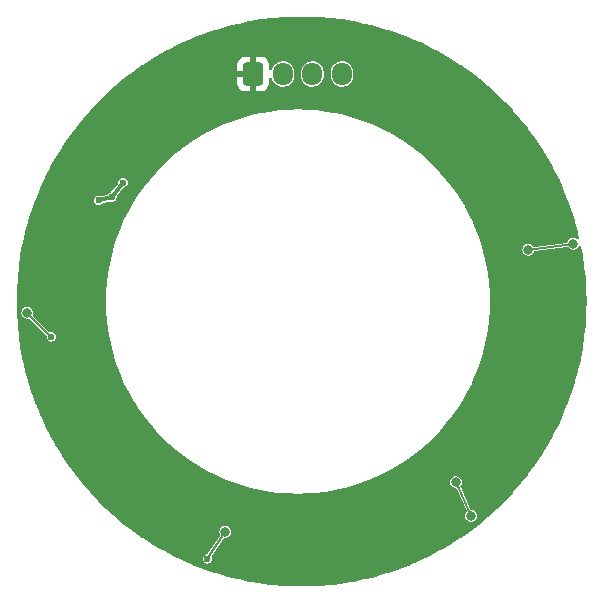
<source format=gbr>
%TF.GenerationSoftware,KiCad,Pcbnew,7.0.10*%
%TF.CreationDate,2024-07-08T17:56:43-07:00*%
%TF.ProjectId,Thermistor Ring,54686572-6d69-4737-946f-722052696e67,rev?*%
%TF.SameCoordinates,Original*%
%TF.FileFunction,Copper,L2,Bot*%
%TF.FilePolarity,Positive*%
%FSLAX46Y46*%
G04 Gerber Fmt 4.6, Leading zero omitted, Abs format (unit mm)*
G04 Created by KiCad (PCBNEW 7.0.10) date 2024-07-08 17:56:43*
%MOMM*%
%LPD*%
G01*
G04 APERTURE LIST*
G04 Aperture macros list*
%AMRoundRect*
0 Rectangle with rounded corners*
0 $1 Rounding radius*
0 $2 $3 $4 $5 $6 $7 $8 $9 X,Y pos of 4 corners*
0 Add a 4 corners polygon primitive as box body*
4,1,4,$2,$3,$4,$5,$6,$7,$8,$9,$2,$3,0*
0 Add four circle primitives for the rounded corners*
1,1,$1+$1,$2,$3*
1,1,$1+$1,$4,$5*
1,1,$1+$1,$6,$7*
1,1,$1+$1,$8,$9*
0 Add four rect primitives between the rounded corners*
20,1,$1+$1,$2,$3,$4,$5,0*
20,1,$1+$1,$4,$5,$6,$7,0*
20,1,$1+$1,$6,$7,$8,$9,0*
20,1,$1+$1,$8,$9,$2,$3,0*%
G04 Aperture macros list end*
%TA.AperFunction,ComponentPad*%
%ADD10RoundRect,0.250000X-0.600000X-0.725000X0.600000X-0.725000X0.600000X0.725000X-0.600000X0.725000X0*%
%TD*%
%TA.AperFunction,ComponentPad*%
%ADD11O,1.700000X1.950000*%
%TD*%
%TA.AperFunction,ViaPad*%
%ADD12C,0.600000*%
%TD*%
%TA.AperFunction,ViaPad*%
%ADD13C,0.800000*%
%TD*%
%TA.AperFunction,Conductor*%
%ADD14C,0.160000*%
%TD*%
%TA.AperFunction,Conductor*%
%ADD15C,0.380000*%
%TD*%
G04 APERTURE END LIST*
D10*
%TO.P,J1,1,Pin_1*%
%TO.N,GND*%
X71001807Y-37077362D03*
D11*
%TO.P,J1,2,Pin_2*%
%TO.N,/Power 3.3-5V*%
X73501807Y-37077362D03*
%TO.P,J1,3,Pin_3*%
%TO.N,/SDA*%
X76001807Y-37077362D03*
%TO.P,J1,4,Pin_4*%
%TO.N,/SCL*%
X78501807Y-37077362D03*
%TD*%
D12*
%TO.N,GND*%
X66083104Y-41232333D03*
X53047129Y-53049360D03*
X71497120Y-78669366D03*
X62912567Y-39099669D03*
X63112546Y-42629532D03*
X83556676Y-72745434D03*
X81183538Y-74028682D03*
X66279836Y-72371866D03*
X77791469Y-38855316D03*
X64870358Y-41995510D03*
X84444406Y-40290013D03*
X92064662Y-65543547D03*
X83423895Y-41159282D03*
X96307126Y-63429361D03*
X91294664Y-65413551D03*
X64324535Y-74219277D03*
X58100347Y-52015507D03*
X65717003Y-39220596D03*
X91802577Y-39539662D03*
X70171805Y-39747359D03*
X60611657Y-65345337D03*
X91257125Y-70729360D03*
X85356128Y-74097876D03*
X53966209Y-56357760D03*
X57517117Y-64529358D03*
X85336850Y-38423108D03*
X92795612Y-59746540D03*
X82260479Y-40386912D03*
X85067908Y-39835423D03*
X56336637Y-55845770D03*
X84737130Y-35399366D03*
X93595614Y-56866537D03*
X60743138Y-41445619D03*
X87907113Y-38729363D03*
X56740359Y-50425508D03*
X84405243Y-71638528D03*
X78436857Y-75475822D03*
X62802572Y-38219667D03*
X60572576Y-47219661D03*
X83522795Y-71523405D03*
X77967123Y-33049361D03*
X92064209Y-56440920D03*
X64480742Y-72796793D03*
X80033618Y-40128124D03*
X89382567Y-64509665D03*
X69351808Y-37097365D03*
X57550588Y-41475960D03*
X60262931Y-69312829D03*
X95057116Y-45629370D03*
X57470340Y-54945508D03*
X57379132Y-56330379D03*
X95847232Y-56122731D03*
X54494668Y-60293561D03*
X65990329Y-71746528D03*
X55807127Y-69939355D03*
X73717119Y-75909366D03*
X54597404Y-45791136D03*
X93444150Y-62618054D03*
X92377063Y-50741051D03*
X89534174Y-44376382D03*
X86730495Y-42481885D03*
X97407120Y-54079365D03*
X73281810Y-39397374D03*
X51957122Y-51439363D03*
X74197121Y-80109365D03*
X92965610Y-55726540D03*
X67290355Y-40555501D03*
X56666633Y-56805767D03*
X98861800Y-56417364D03*
X57354649Y-57733543D03*
X65025615Y-72262730D03*
X54737740Y-47560662D03*
X66316644Y-40179203D03*
X71051808Y-35307363D03*
X64570360Y-38598295D03*
X59735282Y-72479675D03*
X74057124Y-33109357D03*
%TO.N,/Power 3.3-5V*%
X59032358Y-47519090D03*
X59966343Y-46270196D03*
X57913237Y-47774188D03*
D13*
%TO.N,/SDA*%
X98101908Y-51462383D03*
X88155690Y-71624900D03*
X89452019Y-74483854D03*
X51873912Y-57304372D03*
X68637908Y-75846368D03*
X94291906Y-51970357D03*
D12*
X53905907Y-59336366D03*
X67113906Y-78132369D03*
%TD*%
D14*
%TO.N,/SDA*%
X94291906Y-51970357D02*
X98101908Y-51462383D01*
X88155690Y-71624900D02*
X89452019Y-74483854D01*
X51873912Y-57304372D02*
X53905907Y-59336366D01*
D15*
%TO.N,/Power 3.3-5V*%
X59032358Y-47519090D02*
X59966343Y-46270196D01*
X57913237Y-47774188D02*
X59032358Y-47519090D01*
D14*
%TO.N,/SDA*%
X68637908Y-75846368D02*
X67113906Y-78132369D01*
D15*
%TO.N,/Power 3.3-5V*%
X73687742Y-36451032D02*
X73674593Y-36507681D01*
%TD*%
%TA.AperFunction,Conductor*%
%TO.N,GND*%
G36*
X75533421Y-32211427D02*
G01*
X75630076Y-32213399D01*
X75632281Y-32213466D01*
X76514610Y-32249485D01*
X76516951Y-32249605D01*
X76613439Y-32255517D01*
X76615798Y-32255686D01*
X77495776Y-32327652D01*
X77498110Y-32327866D01*
X77594375Y-32337719D01*
X77596688Y-32337980D01*
X78472981Y-32445777D01*
X78475335Y-32446091D01*
X78571104Y-32459860D01*
X78573423Y-32460218D01*
X79444634Y-32603676D01*
X79446899Y-32604072D01*
X79541932Y-32621719D01*
X79544317Y-32622187D01*
X80408955Y-32801060D01*
X80411274Y-32801565D01*
X80505490Y-32823069D01*
X80507833Y-32823630D01*
X81364375Y-33037602D01*
X81366752Y-33038222D01*
X81460031Y-33063556D01*
X81462303Y-33064198D01*
X82309429Y-33312936D01*
X82311722Y-33313635D01*
X82403897Y-33342755D01*
X82406233Y-33343519D01*
X83242490Y-33626598D01*
X83244744Y-33627387D01*
X83335676Y-33660250D01*
X83337809Y-33661046D01*
X84161956Y-33978049D01*
X84164127Y-33978910D01*
X84253575Y-34015427D01*
X84255886Y-34016398D01*
X85066239Y-34366676D01*
X85068522Y-34367692D01*
X85156355Y-34407804D01*
X85158622Y-34408866D01*
X85954056Y-34791928D01*
X85956203Y-34792989D01*
X86042302Y-34836638D01*
X86044517Y-34837789D01*
X86823663Y-35252974D01*
X86825851Y-35254169D01*
X86910156Y-35301325D01*
X86912256Y-35302529D01*
X87673841Y-35749162D01*
X87675882Y-35750387D01*
X87747683Y-35794487D01*
X87758219Y-35800959D01*
X87760303Y-35802268D01*
X88503054Y-36279605D01*
X88505045Y-36280914D01*
X88536986Y-36302375D01*
X88585204Y-36334771D01*
X88587240Y-36336168D01*
X88928341Y-36575587D01*
X89309872Y-36843384D01*
X89311908Y-36844844D01*
X89389818Y-36901936D01*
X89391699Y-36903345D01*
X90077643Y-37427837D01*
X90093052Y-37439619D01*
X90094990Y-37441132D01*
X90170509Y-37501356D01*
X90172430Y-37502921D01*
X90851272Y-38067313D01*
X90853201Y-38068950D01*
X90926131Y-38132144D01*
X90928025Y-38133820D01*
X91583289Y-38725438D01*
X91585095Y-38727102D01*
X91620265Y-38760183D01*
X91655409Y-38793240D01*
X91657233Y-38794991D01*
X92287801Y-39412825D01*
X92289589Y-39414613D01*
X92357137Y-39483553D01*
X92358849Y-39485336D01*
X92963736Y-40128424D01*
X92965450Y-40130284D01*
X93030081Y-40201868D01*
X93031757Y-40203762D01*
X93609903Y-40870979D01*
X93611540Y-40872908D01*
X93673185Y-40947054D01*
X93674782Y-40949015D01*
X94225207Y-41639225D01*
X94226763Y-41641218D01*
X94285402Y-41717906D01*
X94286919Y-41719932D01*
X94808702Y-42431979D01*
X94810176Y-42434034D01*
X94865641Y-42513055D01*
X94867073Y-42515141D01*
X95359377Y-43247875D01*
X95360766Y-43249988D01*
X95412925Y-43331148D01*
X95414271Y-43333290D01*
X95876319Y-44085560D01*
X95877621Y-44087730D01*
X95926427Y-44170953D01*
X95927684Y-44173147D01*
X96358625Y-44943570D01*
X96359837Y-44945790D01*
X96405260Y-45031031D01*
X96406427Y-45033276D01*
X96805581Y-45820627D01*
X96806702Y-45822895D01*
X96848557Y-45909808D01*
X96849631Y-45912097D01*
X97216350Y-46715098D01*
X97217377Y-46717410D01*
X97255692Y-46806049D01*
X97256673Y-46808381D01*
X97590327Y-47625658D01*
X97591259Y-47628010D01*
X97625914Y-47718106D01*
X97626798Y-47720476D01*
X97926844Y-48550697D01*
X97927679Y-48553084D01*
X97958614Y-48644471D01*
X97959401Y-48646876D01*
X98225339Y-49488661D01*
X98226076Y-49491079D01*
X98253276Y-49583710D01*
X98253964Y-49586145D01*
X98485330Y-50438017D01*
X98485968Y-50440466D01*
X98509371Y-50534151D01*
X98509959Y-50536611D01*
X98601003Y-50935503D01*
X98596730Y-51005241D01*
X98555431Y-51061599D01*
X98490219Y-51086682D01*
X98421798Y-51072528D01*
X98413073Y-51067410D01*
X98311963Y-51002430D01*
X98311958Y-51002428D01*
X98173871Y-50961883D01*
X98173869Y-50961883D01*
X98029947Y-50961883D01*
X98029944Y-50961883D01*
X97891857Y-51002428D01*
X97770781Y-51080239D01*
X97676531Y-51189009D01*
X97676530Y-51189011D01*
X97633035Y-51284251D01*
X97587280Y-51337055D01*
X97536628Y-51355651D01*
X94810428Y-51719126D01*
X94741376Y-51708474D01*
X94700328Y-51677417D01*
X94685263Y-51660031D01*
X94623034Y-51588214D01*
X94501959Y-51510404D01*
X94501957Y-51510403D01*
X94501955Y-51510402D01*
X94501956Y-51510402D01*
X94363869Y-51469857D01*
X94363867Y-51469857D01*
X94219945Y-51469857D01*
X94219942Y-51469857D01*
X94081855Y-51510402D01*
X93960779Y-51588213D01*
X93866529Y-51696983D01*
X93866528Y-51696985D01*
X93806740Y-51827900D01*
X93786259Y-51970357D01*
X93806740Y-52112813D01*
X93823032Y-52148487D01*
X93866529Y-52243730D01*
X93960778Y-52352500D01*
X94081853Y-52430310D01*
X94081856Y-52430311D01*
X94081855Y-52430311D01*
X94219942Y-52470856D01*
X94219944Y-52470857D01*
X94219945Y-52470857D01*
X94363868Y-52470857D01*
X94363868Y-52470856D01*
X94501959Y-52430310D01*
X94623034Y-52352500D01*
X94717283Y-52243730D01*
X94760781Y-52148483D01*
X94806533Y-52095683D01*
X94857181Y-52077087D01*
X97583384Y-51713612D01*
X97652436Y-51724264D01*
X97693484Y-51755321D01*
X97770780Y-51844526D01*
X97891855Y-51922336D01*
X97891858Y-51922337D01*
X97891857Y-51922337D01*
X98029944Y-51962882D01*
X98029946Y-51962883D01*
X98029947Y-51962883D01*
X98173870Y-51962883D01*
X98173870Y-51962882D01*
X98311961Y-51922336D01*
X98433036Y-51844526D01*
X98527285Y-51735756D01*
X98537752Y-51712835D01*
X98583506Y-51660031D01*
X98650545Y-51640345D01*
X98717585Y-51660028D01*
X98763340Y-51712832D01*
X98772463Y-51741706D01*
X98888139Y-52364655D01*
X98888575Y-52367147D01*
X98904251Y-52462348D01*
X98904637Y-52464848D01*
X99030273Y-53338668D01*
X99030607Y-53341174D01*
X99042387Y-53436927D01*
X99042671Y-53439442D01*
X99132566Y-54317719D01*
X99132797Y-54320238D01*
X99140655Y-54416325D01*
X99140836Y-54418848D01*
X99194833Y-55300045D01*
X99194962Y-55302572D01*
X99198897Y-55398972D01*
X99198974Y-55401499D01*
X99217967Y-56332360D01*
X99217967Y-56337420D01*
X99198974Y-57268281D01*
X99198897Y-57270808D01*
X99194962Y-57367208D01*
X99194833Y-57369735D01*
X99140836Y-58250932D01*
X99140655Y-58253455D01*
X99132797Y-58349542D01*
X99132566Y-58352061D01*
X99042671Y-59230338D01*
X99042387Y-59232853D01*
X99030607Y-59328606D01*
X99030273Y-59331112D01*
X98904637Y-60204932D01*
X98904251Y-60207432D01*
X98888575Y-60302633D01*
X98888139Y-60305125D01*
X98726968Y-61173074D01*
X98726481Y-61175556D01*
X98706924Y-61270091D01*
X98706386Y-61272562D01*
X98509959Y-62133169D01*
X98509371Y-62135629D01*
X98485968Y-62229314D01*
X98485330Y-62231763D01*
X98253964Y-63083635D01*
X98253276Y-63086070D01*
X98226076Y-63178701D01*
X98225339Y-63181119D01*
X97959401Y-64022904D01*
X97958614Y-64025309D01*
X97927679Y-64116696D01*
X97926844Y-64119083D01*
X97626798Y-64949304D01*
X97625914Y-64951674D01*
X97591259Y-65041770D01*
X97590327Y-65044122D01*
X97256673Y-65861399D01*
X97255692Y-65863731D01*
X97217377Y-65952370D01*
X97216350Y-65954682D01*
X96849631Y-66757683D01*
X96848557Y-66759972D01*
X96806702Y-66846885D01*
X96805581Y-66849153D01*
X96406427Y-67636504D01*
X96405260Y-67638749D01*
X96359837Y-67723990D01*
X96358625Y-67726210D01*
X95927684Y-68496633D01*
X95926427Y-68498827D01*
X95877621Y-68582050D01*
X95876319Y-68584220D01*
X95414271Y-69336490D01*
X95412925Y-69338632D01*
X95360766Y-69419792D01*
X95359377Y-69421905D01*
X94867073Y-70154639D01*
X94865641Y-70156725D01*
X94810176Y-70235746D01*
X94808702Y-70237801D01*
X94286919Y-70949848D01*
X94285402Y-70951874D01*
X94226763Y-71028562D01*
X94225207Y-71030555D01*
X93674782Y-71720765D01*
X93673185Y-71722726D01*
X93611540Y-71796872D01*
X93609903Y-71798801D01*
X93031757Y-72466018D01*
X93030081Y-72467912D01*
X92965450Y-72539496D01*
X92963736Y-72541356D01*
X92358849Y-73184444D01*
X92357096Y-73186270D01*
X92289589Y-73255167D01*
X92287801Y-73256955D01*
X91657233Y-73874789D01*
X91655409Y-73876540D01*
X91585122Y-73942653D01*
X91583261Y-73944368D01*
X90928025Y-74535960D01*
X90926131Y-74537636D01*
X90853201Y-74600830D01*
X90851272Y-74602467D01*
X90172430Y-75166859D01*
X90170469Y-75168456D01*
X90095046Y-75228604D01*
X90093052Y-75230161D01*
X89391741Y-75766404D01*
X89389715Y-75767921D01*
X89311926Y-75824923D01*
X89309872Y-75826396D01*
X88587290Y-76333577D01*
X88585204Y-76335009D01*
X88505049Y-76388863D01*
X88502935Y-76390253D01*
X87760360Y-76867476D01*
X87758219Y-76868821D01*
X87675945Y-76919355D01*
X87673776Y-76920657D01*
X86912288Y-77367233D01*
X86910092Y-77368491D01*
X86825882Y-77415594D01*
X86823663Y-77416806D01*
X86044517Y-77831991D01*
X86042273Y-77833157D01*
X85956283Y-77876751D01*
X85954015Y-77877872D01*
X85158646Y-78260902D01*
X85156355Y-78261976D01*
X85068522Y-78302088D01*
X85066211Y-78303116D01*
X84255886Y-78653382D01*
X84253555Y-78654361D01*
X84164235Y-78690827D01*
X84161882Y-78691760D01*
X83337929Y-79008689D01*
X83335559Y-79009573D01*
X83244809Y-79042370D01*
X83242422Y-79043205D01*
X82406267Y-79326249D01*
X82403863Y-79327036D01*
X82311784Y-79356126D01*
X82309364Y-79356863D01*
X81462384Y-79605559D01*
X81459949Y-79606247D01*
X81366787Y-79631549D01*
X81364340Y-79632187D01*
X80507892Y-79846136D01*
X80505432Y-79846724D01*
X80411349Y-79868198D01*
X80408877Y-79868736D01*
X79544365Y-80047583D01*
X79541883Y-80048070D01*
X79447008Y-80065688D01*
X79444516Y-80066124D01*
X78573516Y-80209547D01*
X78571016Y-80209933D01*
X78475410Y-80223679D01*
X78472903Y-80224013D01*
X77596787Y-80331788D01*
X77594273Y-80332072D01*
X77498204Y-80341905D01*
X77495685Y-80342136D01*
X76615882Y-80414087D01*
X76613359Y-80414268D01*
X76517043Y-80420170D01*
X76514517Y-80420299D01*
X75632442Y-80456309D01*
X75629914Y-80456386D01*
X75539527Y-80458230D01*
X75533420Y-80458355D01*
X75530892Y-80458381D01*
X74648126Y-80458381D01*
X74645597Y-80458355D01*
X74638542Y-80458211D01*
X74549102Y-80456386D01*
X74546574Y-80456309D01*
X73664499Y-80420299D01*
X73661973Y-80420170D01*
X73565657Y-80414268D01*
X73563134Y-80414087D01*
X72683331Y-80342136D01*
X72680812Y-80341905D01*
X72584743Y-80332072D01*
X72582229Y-80331788D01*
X71706113Y-80224013D01*
X71703606Y-80223679D01*
X71608000Y-80209933D01*
X71605500Y-80209547D01*
X70734500Y-80066124D01*
X70732008Y-80065688D01*
X70637133Y-80048070D01*
X70634651Y-80047583D01*
X69770139Y-79868736D01*
X69767667Y-79868198D01*
X69673584Y-79846724D01*
X69671124Y-79846136D01*
X68814676Y-79632187D01*
X68812229Y-79631549D01*
X68719067Y-79606247D01*
X68716632Y-79605559D01*
X67869652Y-79356863D01*
X67867232Y-79356126D01*
X67775153Y-79327036D01*
X67772749Y-79326249D01*
X66936594Y-79043205D01*
X66934207Y-79042370D01*
X66843457Y-79009573D01*
X66841087Y-79008689D01*
X66017134Y-78691760D01*
X66014781Y-78690827D01*
X65925461Y-78654361D01*
X65923130Y-78653382D01*
X65112805Y-78303116D01*
X65110494Y-78302088D01*
X65022661Y-78261976D01*
X65020370Y-78260902D01*
X64753475Y-78132372D01*
X66708414Y-78132372D01*
X66728258Y-78257669D01*
X66728258Y-78257670D01*
X66728260Y-78257673D01*
X66785856Y-78370711D01*
X66785858Y-78370713D01*
X66785860Y-78370716D01*
X66875558Y-78460414D01*
X66875560Y-78460415D01*
X66875564Y-78460419D01*
X66988602Y-78518015D01*
X66988603Y-78518015D01*
X66988605Y-78518016D01*
X67113903Y-78537861D01*
X67113906Y-78537861D01*
X67113909Y-78537861D01*
X67239206Y-78518016D01*
X67239207Y-78518016D01*
X67239208Y-78518015D01*
X67239210Y-78518015D01*
X67352248Y-78460419D01*
X67441956Y-78370711D01*
X67499552Y-78257673D01*
X67499552Y-78257671D01*
X67499553Y-78257670D01*
X67499553Y-78257669D01*
X67519398Y-78132372D01*
X67519398Y-78132365D01*
X67499553Y-78007068D01*
X67499552Y-78007066D01*
X67499552Y-78007065D01*
X67495608Y-77999325D01*
X67482712Y-77930659D01*
X67502918Y-77874250D01*
X68484363Y-76402085D01*
X68537928Y-76357224D01*
X68587537Y-76346868D01*
X68709870Y-76346868D01*
X68709870Y-76346867D01*
X68847961Y-76306321D01*
X68969036Y-76228511D01*
X69063285Y-76119741D01*
X69123073Y-75988825D01*
X69143555Y-75846368D01*
X69123073Y-75703911D01*
X69063285Y-75572995D01*
X68969036Y-75464225D01*
X68847961Y-75386415D01*
X68847959Y-75386414D01*
X68847957Y-75386413D01*
X68847958Y-75386413D01*
X68709871Y-75345868D01*
X68709869Y-75345868D01*
X68565947Y-75345868D01*
X68565944Y-75345868D01*
X68427857Y-75386413D01*
X68306781Y-75464224D01*
X68212531Y-75572994D01*
X68212530Y-75572996D01*
X68152742Y-75703911D01*
X68132261Y-75846368D01*
X68152742Y-75988824D01*
X68194487Y-76080231D01*
X68204431Y-76149390D01*
X68184867Y-76200526D01*
X67203732Y-77672228D01*
X67150167Y-77717089D01*
X67119956Y-77725918D01*
X66988604Y-77746721D01*
X66913243Y-77785120D01*
X66875564Y-77804319D01*
X66875563Y-77804320D01*
X66875558Y-77804323D01*
X66785860Y-77894021D01*
X66785857Y-77894026D01*
X66728258Y-78007067D01*
X66728258Y-78007068D01*
X66708414Y-78132365D01*
X66708414Y-78132372D01*
X64753475Y-78132372D01*
X64225001Y-77877872D01*
X64222733Y-77876751D01*
X64136743Y-77833157D01*
X64134499Y-77831991D01*
X63355353Y-77416806D01*
X63353134Y-77415594D01*
X63268924Y-77368491D01*
X63266728Y-77367233D01*
X62505240Y-76920657D01*
X62503071Y-76919355D01*
X62420797Y-76868821D01*
X62418656Y-76867476D01*
X61676011Y-76390207D01*
X61673967Y-76388863D01*
X61593812Y-76335009D01*
X61591726Y-76333577D01*
X60869144Y-75826396D01*
X60867090Y-75824923D01*
X60852472Y-75814211D01*
X60789230Y-75767868D01*
X60787275Y-75766404D01*
X60085964Y-75230161D01*
X60084001Y-75228628D01*
X60008530Y-75168442D01*
X60006586Y-75166859D01*
X59327744Y-74602467D01*
X59325815Y-74600830D01*
X59252885Y-74537636D01*
X59250991Y-74535960D01*
X58890496Y-74210480D01*
X58595736Y-73944351D01*
X58593894Y-73942653D01*
X58523607Y-73876540D01*
X58521783Y-73874789D01*
X57891215Y-73256955D01*
X57889427Y-73255167D01*
X57869162Y-73234485D01*
X57821876Y-73186224D01*
X57820167Y-73184444D01*
X57215280Y-72541356D01*
X57213566Y-72539496D01*
X57148935Y-72467912D01*
X57147259Y-72466018D01*
X56569113Y-71798801D01*
X56567476Y-71796872D01*
X56505831Y-71722726D01*
X56504234Y-71720765D01*
X55953809Y-71030555D01*
X55952253Y-71028562D01*
X55893614Y-70951874D01*
X55892129Y-70949890D01*
X55409030Y-70290635D01*
X55370314Y-70237801D01*
X55368840Y-70235746D01*
X55313375Y-70156725D01*
X55311943Y-70154639D01*
X54819639Y-69421905D01*
X54818250Y-69419792D01*
X54808534Y-69404674D01*
X54766060Y-69338582D01*
X54764776Y-69336540D01*
X54302665Y-68584168D01*
X54301395Y-68582050D01*
X54252589Y-68498827D01*
X54251332Y-68496633D01*
X54193370Y-68393011D01*
X53885750Y-67843057D01*
X53820391Y-67726210D01*
X53819179Y-67723990D01*
X53773756Y-67638749D01*
X53772589Y-67636504D01*
X53373435Y-66849153D01*
X53372314Y-66846885D01*
X53330459Y-66759972D01*
X53329385Y-66757683D01*
X52997766Y-66031540D01*
X52962661Y-65954670D01*
X52961639Y-65952370D01*
X52923324Y-65863731D01*
X52922364Y-65861451D01*
X52588673Y-65044084D01*
X52587757Y-65041770D01*
X52553084Y-64951628D01*
X52552236Y-64949352D01*
X52252151Y-64119023D01*
X52251359Y-64116759D01*
X52220383Y-64025251D01*
X52219615Y-64022904D01*
X52216400Y-64012728D01*
X51991323Y-63300282D01*
X51953677Y-63181119D01*
X51952940Y-63178701D01*
X51925705Y-63085948D01*
X51925080Y-63083734D01*
X51693657Y-62231652D01*
X51693077Y-62229427D01*
X51669627Y-62135555D01*
X51669069Y-62133222D01*
X51472625Y-61272539D01*
X51472092Y-61270091D01*
X51452535Y-61175556D01*
X51452048Y-61173074D01*
X51432847Y-61069669D01*
X51290860Y-60305029D01*
X51290455Y-60302717D01*
X51274755Y-60207369D01*
X51274391Y-60205011D01*
X51148739Y-59331082D01*
X51148409Y-59328606D01*
X51136612Y-59232705D01*
X51136360Y-59230471D01*
X51046440Y-58351961D01*
X51046227Y-58349638D01*
X51038355Y-58253374D01*
X51038186Y-58251020D01*
X50984176Y-57369611D01*
X50984060Y-57367331D01*
X50981490Y-57304372D01*
X51368265Y-57304372D01*
X51388746Y-57446828D01*
X51415370Y-57505125D01*
X51448535Y-57577745D01*
X51542784Y-57686515D01*
X51663859Y-57764325D01*
X51663862Y-57764326D01*
X51663861Y-57764326D01*
X51801948Y-57804871D01*
X51801950Y-57804872D01*
X51801951Y-57804872D01*
X51945874Y-57804872D01*
X51981071Y-57794536D01*
X52009225Y-57786270D01*
X52079094Y-57786270D01*
X52131841Y-57817566D01*
X53476279Y-59162003D01*
X53509764Y-59223326D01*
X53511071Y-59269081D01*
X53500415Y-59336362D01*
X53500415Y-59336369D01*
X53520259Y-59461666D01*
X53520259Y-59461667D01*
X53520261Y-59461670D01*
X53577857Y-59574708D01*
X53577859Y-59574710D01*
X53577861Y-59574713D01*
X53667559Y-59664411D01*
X53667561Y-59664412D01*
X53667565Y-59664416D01*
X53780603Y-59722012D01*
X53780604Y-59722012D01*
X53780606Y-59722013D01*
X53905904Y-59741858D01*
X53905907Y-59741858D01*
X53905910Y-59741858D01*
X54031207Y-59722013D01*
X54031208Y-59722013D01*
X54031209Y-59722012D01*
X54031211Y-59722012D01*
X54144249Y-59664416D01*
X54233957Y-59574708D01*
X54291553Y-59461670D01*
X54291553Y-59461668D01*
X54291554Y-59461667D01*
X54291554Y-59461666D01*
X54311399Y-59336369D01*
X54311399Y-59336362D01*
X54291554Y-59211065D01*
X54291554Y-59211064D01*
X54289839Y-59207698D01*
X54233957Y-59098024D01*
X54233953Y-59098020D01*
X54233952Y-59098018D01*
X54144254Y-59008320D01*
X54144251Y-59008318D01*
X54144249Y-59008316D01*
X54031211Y-58950720D01*
X54031210Y-58950719D01*
X54031207Y-58950718D01*
X53905910Y-58930874D01*
X53905904Y-58930874D01*
X53838622Y-58941530D01*
X53769329Y-58932575D01*
X53731544Y-58906738D01*
X52391253Y-57566448D01*
X52357768Y-57505125D01*
X52359529Y-57455854D01*
X52357815Y-57455608D01*
X52370161Y-57369735D01*
X52379559Y-57304372D01*
X52359077Y-57161915D01*
X52299289Y-57030999D01*
X52205040Y-56922229D01*
X52083965Y-56844419D01*
X52083963Y-56844418D01*
X52083961Y-56844417D01*
X52083962Y-56844417D01*
X51945875Y-56803872D01*
X51945873Y-56803872D01*
X51801951Y-56803872D01*
X51801948Y-56803872D01*
X51663861Y-56844417D01*
X51542785Y-56922228D01*
X51448535Y-57030998D01*
X51448534Y-57031000D01*
X51388746Y-57161915D01*
X51368265Y-57304372D01*
X50981490Y-57304372D01*
X50980116Y-57270718D01*
X50980044Y-57268373D01*
X50962035Y-56385667D01*
X50962009Y-56383138D01*
X50962009Y-56340387D01*
X58525368Y-56340387D01*
X58525718Y-56344043D01*
X58544849Y-57123241D01*
X58544671Y-57126914D01*
X58544887Y-57129948D01*
X58545152Y-57135331D01*
X58545247Y-57138793D01*
X58545806Y-57142484D01*
X58603142Y-57919744D01*
X58603164Y-57923391D01*
X58603429Y-57925551D01*
X58604005Y-57931398D01*
X58604209Y-57934142D01*
X58604942Y-57937834D01*
X58700354Y-58711393D01*
X58700547Y-58715083D01*
X58700977Y-58717576D01*
X58701828Y-58723316D01*
X58702175Y-58726103D01*
X58703082Y-58729732D01*
X58836320Y-59497624D01*
X58836689Y-59501290D01*
X58837261Y-59503850D01*
X58838381Y-59509484D01*
X58839557Y-59516208D01*
X58840980Y-59521371D01*
X58841214Y-59522721D01*
X58841219Y-59522746D01*
X59015975Y-60300941D01*
X59015979Y-60300957D01*
X59015981Y-60300964D01*
X59087284Y-60558630D01*
X59228699Y-61069660D01*
X59228700Y-61069663D01*
X59478896Y-61826985D01*
X59765936Y-62571116D01*
X59765954Y-62571159D01*
X60089145Y-63300282D01*
X60089155Y-63300301D01*
X60447764Y-64012730D01*
X60454857Y-64025251D01*
X60840875Y-64706679D01*
X60840884Y-64706694D01*
X60840890Y-64706704D01*
X61054565Y-65044122D01*
X61267612Y-65380549D01*
X61726872Y-66032657D01*
X62079473Y-66484486D01*
X62217563Y-66661438D01*
X62738530Y-67265375D01*
X62738535Y-67265380D01*
X62738540Y-67265386D01*
X63288485Y-67843009D01*
X63288533Y-67843057D01*
X63866140Y-68392975D01*
X63866180Y-68393011D01*
X64087845Y-68584220D01*
X64470099Y-68913954D01*
X65098874Y-69404668D01*
X65699726Y-69827833D01*
X65750957Y-69863914D01*
X65750969Y-69863922D01*
X66424817Y-70290630D01*
X67118786Y-70683747D01*
X67118794Y-70683751D01*
X67831196Y-71042353D01*
X67831214Y-71042362D01*
X68560360Y-71365565D01*
X68560369Y-71365568D01*
X68560386Y-71365576D01*
X69304533Y-71652636D01*
X70061858Y-71902810D01*
X70830546Y-72115543D01*
X70830558Y-72115545D01*
X70830576Y-72115550D01*
X71608727Y-72290279D01*
X71608763Y-72290287D01*
X72183969Y-72390098D01*
X72394590Y-72426646D01*
X72394599Y-72426647D01*
X72394620Y-72426651D01*
X73186208Y-72524285D01*
X73890164Y-72576213D01*
X73981622Y-72582960D01*
X73981624Y-72582960D01*
X73981637Y-72582961D01*
X74778985Y-72602537D01*
X75576332Y-72582966D01*
X76371756Y-72524286D01*
X76371772Y-72524284D01*
X76371773Y-72524284D01*
X76828813Y-72467912D01*
X77163357Y-72426649D01*
X77949205Y-72290299D01*
X78646526Y-72133706D01*
X78727412Y-72115543D01*
X78727416Y-72115542D01*
X79496115Y-71902816D01*
X80253445Y-71652630D01*
X80325329Y-71624900D01*
X87650043Y-71624900D01*
X87670524Y-71767356D01*
X87684004Y-71796872D01*
X87730313Y-71898273D01*
X87824562Y-72007043D01*
X87945637Y-72084853D01*
X87945640Y-72084854D01*
X87945639Y-72084854D01*
X88083726Y-72125399D01*
X88083728Y-72125400D01*
X88083729Y-72125400D01*
X88104516Y-72125400D01*
X88171555Y-72145085D01*
X88217310Y-72197889D01*
X88217449Y-72198193D01*
X89061601Y-74059907D01*
X89071358Y-74129092D01*
X89042383Y-74192314D01*
X89026643Y-74210479D01*
X89026640Y-74210483D01*
X88966853Y-74341397D01*
X88946372Y-74483854D01*
X88966853Y-74626310D01*
X89026641Y-74757225D01*
X89026642Y-74757227D01*
X89120891Y-74865997D01*
X89241966Y-74943807D01*
X89241969Y-74943808D01*
X89241968Y-74943808D01*
X89380055Y-74984353D01*
X89380057Y-74984354D01*
X89380058Y-74984354D01*
X89523981Y-74984354D01*
X89523981Y-74984353D01*
X89662072Y-74943807D01*
X89783147Y-74865997D01*
X89877396Y-74757227D01*
X89937184Y-74626311D01*
X89957666Y-74483854D01*
X89937184Y-74341397D01*
X89877396Y-74210481D01*
X89783147Y-74101711D01*
X89662072Y-74023901D01*
X89662070Y-74023900D01*
X89662068Y-74023899D01*
X89662069Y-74023899D01*
X89523982Y-73983354D01*
X89523980Y-73983354D01*
X89503193Y-73983354D01*
X89436154Y-73963669D01*
X89390399Y-73910865D01*
X89390260Y-73910561D01*
X88546107Y-72048847D01*
X88536350Y-71979662D01*
X88565327Y-71916437D01*
X88581067Y-71898273D01*
X88640855Y-71767357D01*
X88661337Y-71624900D01*
X88640855Y-71482443D01*
X88581067Y-71351527D01*
X88486818Y-71242757D01*
X88365743Y-71164947D01*
X88365741Y-71164946D01*
X88365739Y-71164945D01*
X88365740Y-71164945D01*
X88227653Y-71124400D01*
X88227651Y-71124400D01*
X88083729Y-71124400D01*
X88083726Y-71124400D01*
X87945639Y-71164945D01*
X87824563Y-71242756D01*
X87730313Y-71351526D01*
X87730312Y-71351528D01*
X87670524Y-71482443D01*
X87650043Y-71624900D01*
X80325329Y-71624900D01*
X80997587Y-71365569D01*
X81726760Y-71042365D01*
X82439173Y-70683757D01*
X83133149Y-70290628D01*
X83807002Y-69863910D01*
X84459101Y-69404659D01*
X85087873Y-68913954D01*
X85691822Y-68392988D01*
X86269475Y-67843018D01*
X86819441Y-67265368D01*
X87340405Y-66661429D01*
X87831104Y-66032651D01*
X87831104Y-66032650D01*
X87832042Y-66031449D01*
X87832158Y-66031540D01*
X87840691Y-66021885D01*
X87841867Y-66020121D01*
X87843621Y-66017558D01*
X88296082Y-65375109D01*
X88298568Y-65372080D01*
X88299722Y-65370247D01*
X88303510Y-65364578D01*
X88305002Y-65362471D01*
X88306881Y-65358923D01*
X88723105Y-64701626D01*
X88725511Y-64698410D01*
X88726759Y-64696191D01*
X88730321Y-64690251D01*
X88731493Y-64688413D01*
X88733183Y-64684834D01*
X89116916Y-64007455D01*
X89119176Y-64004096D01*
X89120173Y-64002095D01*
X89123581Y-63995722D01*
X89124653Y-63993849D01*
X89126196Y-63990098D01*
X89475919Y-63295333D01*
X89478025Y-63291874D01*
X89479219Y-63289163D01*
X89482094Y-63283085D01*
X89483320Y-63280663D01*
X89484654Y-63276882D01*
X89547571Y-63134938D01*
X89799833Y-62565819D01*
X89801773Y-62562234D01*
X89802670Y-62559882D01*
X89805393Y-62553308D01*
X89806418Y-62551020D01*
X89807581Y-62547112D01*
X90087586Y-61821259D01*
X90089291Y-61817685D01*
X90090095Y-61815234D01*
X90092340Y-61808958D01*
X90093151Y-61806868D01*
X90094099Y-61803089D01*
X90338221Y-61064125D01*
X90339795Y-61060394D01*
X90340559Y-61057608D01*
X90342519Y-61051147D01*
X90343220Y-61049043D01*
X90343983Y-61045199D01*
X90551551Y-60295098D01*
X90552925Y-60291325D01*
X90553546Y-60288533D01*
X90555167Y-60282065D01*
X90555815Y-60279744D01*
X90556386Y-60275849D01*
X90726942Y-59516357D01*
X90728108Y-59512561D01*
X90728552Y-59509967D01*
X90729861Y-59503392D01*
X90730430Y-59500883D01*
X90730807Y-59496931D01*
X90863882Y-58729986D01*
X90864826Y-58726241D01*
X90865152Y-58723583D01*
X90866078Y-58717340D01*
X90866560Y-58714576D01*
X90866740Y-58710686D01*
X90962039Y-57938051D01*
X90962819Y-57934153D01*
X90962976Y-57931934D01*
X90963661Y-57924997D01*
X90963911Y-57923023D01*
X90963913Y-57919084D01*
X91021178Y-57142751D01*
X91021779Y-57138843D01*
X91021849Y-57135859D01*
X91022165Y-57129437D01*
X91022382Y-57126547D01*
X91022171Y-57122597D01*
X91040332Y-56383138D01*
X91041276Y-56344694D01*
X91041673Y-56340769D01*
X91041605Y-56338187D01*
X91041605Y-56331575D01*
X91041666Y-56329266D01*
X91041284Y-56325392D01*
X91022174Y-55547464D01*
X91022395Y-55543483D01*
X91022159Y-55540321D01*
X91021846Y-55533940D01*
X91021783Y-55531233D01*
X91021199Y-55527367D01*
X90963928Y-54750950D01*
X90963933Y-54746992D01*
X90963648Y-54744736D01*
X90962976Y-54737916D01*
X90962834Y-54735920D01*
X90962077Y-54732081D01*
X90866760Y-53959250D01*
X90866582Y-53955291D01*
X90866112Y-53952615D01*
X90865140Y-53946059D01*
X90864848Y-53943652D01*
X90863890Y-53939844D01*
X90730836Y-53173041D01*
X90730466Y-53169092D01*
X90729829Y-53166275D01*
X90728560Y-53159895D01*
X90728157Y-53157548D01*
X90727030Y-53153834D01*
X90556425Y-52394091D01*
X90555863Y-52390229D01*
X90555143Y-52387641D01*
X90553576Y-52381382D01*
X90553002Y-52378811D01*
X90551676Y-52375127D01*
X90479083Y-52112814D01*
X90344019Y-51624768D01*
X90343266Y-51620949D01*
X90342460Y-51618521D01*
X90340585Y-51612343D01*
X90339977Y-51610134D01*
X90338513Y-51606586D01*
X90290877Y-51462383D01*
X90094136Y-50866816D01*
X90093207Y-50863093D01*
X90092268Y-50860663D01*
X90090161Y-50854772D01*
X90089356Y-50852329D01*
X90087704Y-50848840D01*
X89967264Y-50536611D01*
X89807608Y-50122718D01*
X89806462Y-50118861D01*
X89805318Y-50116298D01*
X89802738Y-50110068D01*
X89801911Y-50107909D01*
X89800053Y-50104439D01*
X89489904Y-49404762D01*
X89484653Y-49392916D01*
X89483347Y-49389212D01*
X89481992Y-49386525D01*
X89479299Y-49380830D01*
X89478172Y-49378281D01*
X89476154Y-49374933D01*
X89376419Y-49176800D01*
X89126299Y-48679908D01*
X89124785Y-48676206D01*
X89123434Y-48673834D01*
X89120268Y-48667908D01*
X89119500Y-48666372D01*
X89117400Y-48663195D01*
X88799624Y-48102233D01*
X88733327Y-47985200D01*
X88731708Y-47981749D01*
X88730035Y-47979102D01*
X88727031Y-47974091D01*
X88725565Y-47971509D01*
X88723307Y-47968472D01*
X88589671Y-47757437D01*
X88306833Y-47310786D01*
X88305004Y-47307339D01*
X88303346Y-47304987D01*
X88299864Y-47299776D01*
X88298794Y-47298083D01*
X88296441Y-47295187D01*
X87843682Y-46652320D01*
X87841845Y-46649638D01*
X87841189Y-46648653D01*
X87841027Y-46648816D01*
X87823582Y-46631341D01*
X87823282Y-46631217D01*
X87822434Y-46630866D01*
X87822433Y-46630866D01*
X87817487Y-46628815D01*
X87767229Y-46590560D01*
X87340410Y-46043637D01*
X86819459Y-45439708D01*
X86819434Y-45439681D01*
X86269475Y-44862057D01*
X86269467Y-44862049D01*
X85691813Y-44312084D01*
X85087890Y-43791130D01*
X85087883Y-43791124D01*
X85087872Y-43791115D01*
X84540971Y-43364311D01*
X84502715Y-43314047D01*
X84500659Y-43309090D01*
X84500660Y-43309089D01*
X84500308Y-43308240D01*
X84500307Y-43308239D01*
X84500184Y-43307941D01*
X84500182Y-43307940D01*
X84500182Y-43307939D01*
X84483076Y-43290804D01*
X84482463Y-43290393D01*
X84470486Y-43278415D01*
X84468493Y-43276369D01*
X84466105Y-43274731D01*
X83823396Y-42822094D01*
X83820517Y-42819747D01*
X83818507Y-42818473D01*
X83813512Y-42815135D01*
X83811412Y-42813656D01*
X83808087Y-42811873D01*
X83150088Y-42395197D01*
X83147083Y-42392956D01*
X83144169Y-42391296D01*
X83139438Y-42388460D01*
X83137049Y-42386955D01*
X83133737Y-42385380D01*
X82455300Y-42001045D01*
X82452170Y-41998971D01*
X82450295Y-41998030D01*
X82444723Y-41995051D01*
X82442606Y-41993849D01*
X82439055Y-41992375D01*
X81743553Y-41642286D01*
X81740281Y-41640310D01*
X81737361Y-41639012D01*
X81732086Y-41636516D01*
X81729667Y-41635301D01*
X81726140Y-41634035D01*
X81014081Y-41318399D01*
X81010741Y-41316605D01*
X81007829Y-41315477D01*
X81002557Y-41313294D01*
X80999925Y-41312132D01*
X80996349Y-41311046D01*
X80269440Y-41030652D01*
X80266022Y-41029038D01*
X80263546Y-41028220D01*
X80257864Y-41026187D01*
X80255928Y-41025440D01*
X80252369Y-41024526D01*
X79512232Y-40780019D01*
X79508725Y-40778557D01*
X79505775Y-40777738D01*
X79500191Y-40776044D01*
X79498032Y-40775333D01*
X79494447Y-40774600D01*
X78742727Y-40566569D01*
X78739223Y-40565325D01*
X78736716Y-40564760D01*
X78731048Y-40563340D01*
X78728698Y-40562692D01*
X78725047Y-40562137D01*
X77964412Y-40391335D01*
X77960846Y-40390257D01*
X77958091Y-40389776D01*
X77952457Y-40388656D01*
X77949892Y-40388083D01*
X77946224Y-40387713D01*
X77178345Y-40254473D01*
X77174712Y-40253565D01*
X77171923Y-40253218D01*
X77166183Y-40252367D01*
X77163690Y-40251937D01*
X77160000Y-40251744D01*
X76386067Y-40156284D01*
X76382415Y-40155570D01*
X76380055Y-40155396D01*
X76374081Y-40154807D01*
X76372024Y-40154554D01*
X76368366Y-40154531D01*
X75590745Y-40097172D01*
X75587094Y-40096629D01*
X75584004Y-40096546D01*
X75578536Y-40096277D01*
X75575540Y-40096063D01*
X75571856Y-40096241D01*
X74792656Y-40077119D01*
X74788999Y-40076769D01*
X74786334Y-40076830D01*
X74780675Y-40076830D01*
X74778250Y-40076774D01*
X74774638Y-40077112D01*
X73995419Y-40096237D01*
X73991711Y-40096050D01*
X73988463Y-40096281D01*
X73983066Y-40096547D01*
X73980199Y-40096625D01*
X73976601Y-40097150D01*
X73198863Y-40154527D01*
X73195187Y-40154543D01*
X73192872Y-40154827D01*
X73187006Y-40155404D01*
X73184867Y-40155563D01*
X73181272Y-40156255D01*
X72407193Y-40251715D01*
X72403498Y-40251902D01*
X72400759Y-40252373D01*
X72395145Y-40253206D01*
X72392602Y-40253523D01*
X72389052Y-40254399D01*
X71620939Y-40387679D01*
X71617276Y-40388044D01*
X71614436Y-40388675D01*
X71609007Y-40389754D01*
X71606476Y-40390198D01*
X71602993Y-40391238D01*
X70842015Y-40562126D01*
X70838420Y-40562670D01*
X70835797Y-40563390D01*
X70830472Y-40564723D01*
X70827715Y-40565348D01*
X70824255Y-40566578D01*
X70072641Y-40774583D01*
X70069095Y-40775305D01*
X70066689Y-40776095D01*
X70061391Y-40777702D01*
X70058646Y-40778467D01*
X70055242Y-40779871D01*
X69314720Y-41024495D01*
X69311280Y-41025376D01*
X69308879Y-41026295D01*
X69303817Y-41028105D01*
X69301184Y-41028982D01*
X69297907Y-41030518D01*
X68570673Y-41311047D01*
X68567071Y-41312140D01*
X68564506Y-41313275D01*
X68559122Y-41315506D01*
X68556757Y-41316420D01*
X68553488Y-41318156D01*
X67840854Y-41634049D01*
X67837421Y-41635282D01*
X67834742Y-41636622D01*
X67829833Y-41638943D01*
X67827090Y-41640167D01*
X67823935Y-41642054D01*
X67128042Y-41992333D01*
X67124616Y-41993751D01*
X67121864Y-41995302D01*
X67117096Y-41997851D01*
X67115051Y-41998887D01*
X67112116Y-42000816D01*
X66432838Y-42385625D01*
X66429602Y-42387178D01*
X66427579Y-42388454D01*
X66422798Y-42391319D01*
X66420506Y-42392623D01*
X66417560Y-42394792D01*
X65758604Y-42812065D01*
X65755362Y-42813815D01*
X65753439Y-42815168D01*
X65748551Y-42818434D01*
X65746590Y-42819678D01*
X65743739Y-42821995D01*
X65109965Y-43268355D01*
X65102064Y-43272710D01*
X65096425Y-43278342D01*
X65092630Y-43285650D01*
X65084798Y-43298070D01*
X65082251Y-43296464D01*
X65070468Y-43320437D01*
X65055390Y-43334357D01*
X64470107Y-43791101D01*
X64470072Y-43791129D01*
X63866167Y-44312068D01*
X63288502Y-44862052D01*
X62738535Y-45439700D01*
X62217577Y-46043625D01*
X62217564Y-46043640D01*
X61776654Y-46608619D01*
X61745050Y-46637212D01*
X61734264Y-46644015D01*
X61726947Y-46647815D01*
X61721315Y-46653454D01*
X61716958Y-46661359D01*
X61270335Y-47295511D01*
X61268120Y-47298256D01*
X61266928Y-47300128D01*
X61263894Y-47304667D01*
X61262268Y-47306986D01*
X61260532Y-47310216D01*
X60843399Y-47968947D01*
X60841230Y-47971893D01*
X60839926Y-47974185D01*
X60837061Y-47978966D01*
X60835784Y-47980991D01*
X60834230Y-47984228D01*
X60449678Y-48663059D01*
X60447679Y-48666074D01*
X60446466Y-48668470D01*
X60443887Y-48673293D01*
X60442491Y-48675769D01*
X60441084Y-48679146D01*
X60090399Y-49375829D01*
X60088570Y-49378918D01*
X60087538Y-49381233D01*
X60085214Y-49386149D01*
X60083911Y-49388754D01*
X60082680Y-49392177D01*
X59766819Y-50104769D01*
X59765094Y-50108010D01*
X59764046Y-50110709D01*
X59761969Y-50115727D01*
X59760727Y-50118548D01*
X59759662Y-50122056D01*
X59479072Y-50849425D01*
X59477526Y-50852733D01*
X59476766Y-50855025D01*
X59474845Y-50860395D01*
X59474012Y-50862564D01*
X59473112Y-50866070D01*
X59228323Y-51607079D01*
X59226965Y-51610410D01*
X59226301Y-51612790D01*
X59224698Y-51618074D01*
X59223894Y-51620524D01*
X59223173Y-51624070D01*
X59015189Y-52375648D01*
X59013960Y-52379108D01*
X59013334Y-52381867D01*
X59012001Y-52387192D01*
X59011281Y-52389815D01*
X59010737Y-52393410D01*
X58839910Y-53154119D01*
X58838857Y-53157619D01*
X58838362Y-53160432D01*
X58837301Y-53165769D01*
X58836649Y-53168707D01*
X58836287Y-53172347D01*
X58703013Y-53940443D01*
X58702138Y-53943989D01*
X58701821Y-53946529D01*
X58700988Y-53952143D01*
X58700517Y-53954882D01*
X58700330Y-53958577D01*
X58604900Y-54732324D01*
X58604192Y-54735944D01*
X58604003Y-54738473D01*
X58603438Y-54744215D01*
X58603143Y-54746627D01*
X58603128Y-54750278D01*
X58545781Y-55527653D01*
X58545241Y-55531285D01*
X58545155Y-55534445D01*
X58544892Y-55539807D01*
X58544657Y-55543119D01*
X58544844Y-55546815D01*
X58525711Y-56326028D01*
X58525372Y-56329648D01*
X58525428Y-56332050D01*
X58525429Y-56337709D01*
X58525368Y-56340387D01*
X50962009Y-56340387D01*
X50962009Y-56286642D01*
X50962035Y-56284113D01*
X50976907Y-55555184D01*
X50980044Y-55401403D01*
X50980116Y-55399069D01*
X50984060Y-55302440D01*
X50984175Y-55300183D01*
X51038187Y-54418748D01*
X51038354Y-54416422D01*
X51046229Y-54320124D01*
X51046439Y-54317836D01*
X51136362Y-53439287D01*
X51136609Y-53437099D01*
X51148418Y-53341103D01*
X51148735Y-53338726D01*
X51274395Y-52464740D01*
X51274750Y-52462442D01*
X51290461Y-52367030D01*
X51290854Y-52364784D01*
X51452061Y-51496635D01*
X51452521Y-51494293D01*
X51472110Y-51399604D01*
X51472615Y-51397285D01*
X51669080Y-50536513D01*
X51669616Y-50534270D01*
X51693089Y-50440306D01*
X51693643Y-50438178D01*
X51925095Y-49585992D01*
X51925690Y-49583884D01*
X51952962Y-49491003D01*
X51953677Y-49488661D01*
X52219644Y-48646786D01*
X52220363Y-48644588D01*
X52251380Y-48552960D01*
X52252128Y-48550820D01*
X52532805Y-47774191D01*
X57507745Y-47774191D01*
X57527589Y-47899488D01*
X57527589Y-47899489D01*
X57527591Y-47899492D01*
X57585187Y-48012530D01*
X57585189Y-48012532D01*
X57585191Y-48012535D01*
X57674889Y-48102233D01*
X57674891Y-48102234D01*
X57674895Y-48102238D01*
X57787933Y-48159834D01*
X57787934Y-48159834D01*
X57787936Y-48159835D01*
X57913234Y-48179680D01*
X57913237Y-48179680D01*
X57913240Y-48179680D01*
X58038537Y-48159835D01*
X58038538Y-48159835D01*
X58038539Y-48159834D01*
X58038541Y-48159834D01*
X58151579Y-48102238D01*
X58235661Y-48018155D01*
X58295780Y-47984940D01*
X58783058Y-47873868D01*
X58852796Y-47878161D01*
X58866910Y-47884282D01*
X58907053Y-47904736D01*
X58907057Y-47904737D01*
X59032355Y-47924582D01*
X59032358Y-47924582D01*
X59032361Y-47924582D01*
X59157658Y-47904737D01*
X59157659Y-47904737D01*
X59157660Y-47904736D01*
X59157662Y-47904736D01*
X59270700Y-47847140D01*
X59360408Y-47757432D01*
X59418004Y-47644394D01*
X59418004Y-47644392D01*
X59418005Y-47644391D01*
X59418005Y-47644390D01*
X59437850Y-47519093D01*
X59437850Y-47509331D01*
X59440423Y-47509331D01*
X59447524Y-47454360D01*
X59461743Y-47429987D01*
X59469654Y-47419409D01*
X60003679Y-46705327D01*
X60059591Y-46663431D01*
X60083584Y-46657118D01*
X60091647Y-46655842D01*
X60204685Y-46598246D01*
X60294393Y-46508538D01*
X60351989Y-46395500D01*
X60351989Y-46395498D01*
X60351990Y-46395497D01*
X60351990Y-46395496D01*
X60371835Y-46270199D01*
X60371835Y-46270192D01*
X60351990Y-46144895D01*
X60351990Y-46144894D01*
X60351989Y-46144892D01*
X60294393Y-46031854D01*
X60294389Y-46031850D01*
X60294388Y-46031848D01*
X60204690Y-45942150D01*
X60204687Y-45942148D01*
X60204685Y-45942146D01*
X60091647Y-45884550D01*
X60091646Y-45884549D01*
X60091643Y-45884548D01*
X59966346Y-45864704D01*
X59966340Y-45864704D01*
X59841042Y-45884548D01*
X59841041Y-45884548D01*
X59786975Y-45912097D01*
X59728001Y-45942146D01*
X59728000Y-45942147D01*
X59727995Y-45942150D01*
X59638297Y-46031848D01*
X59638294Y-46031853D01*
X59638293Y-46031854D01*
X59632288Y-46043640D01*
X59580695Y-46144894D01*
X59560851Y-46270192D01*
X59560851Y-46279953D01*
X59558281Y-46279953D01*
X59551168Y-46334941D01*
X59536957Y-46359296D01*
X58995020Y-47083956D01*
X58939107Y-47125854D01*
X58915125Y-47132165D01*
X58907055Y-47133443D01*
X58850535Y-47162242D01*
X58794016Y-47191040D01*
X58794015Y-47191041D01*
X58794010Y-47191044D01*
X58709937Y-47275118D01*
X58649814Y-47308336D01*
X58162534Y-47419409D01*
X58092797Y-47415116D01*
X58078685Y-47408996D01*
X58038541Y-47388542D01*
X58038540Y-47388541D01*
X58038537Y-47388540D01*
X58038538Y-47388540D01*
X57913240Y-47368696D01*
X57913234Y-47368696D01*
X57787936Y-47388540D01*
X57787935Y-47388540D01*
X57727353Y-47419409D01*
X57674895Y-47446138D01*
X57674894Y-47446139D01*
X57674889Y-47446142D01*
X57585191Y-47535840D01*
X57585188Y-47535845D01*
X57527589Y-47648886D01*
X57527589Y-47648887D01*
X57507745Y-47774184D01*
X57507745Y-47774191D01*
X52532805Y-47774191D01*
X52552259Y-47720363D01*
X52553060Y-47718217D01*
X52587799Y-47627903D01*
X52588646Y-47625765D01*
X52922392Y-46808263D01*
X52923324Y-46806049D01*
X52961639Y-46717410D01*
X52962628Y-46715182D01*
X53329424Y-45912013D01*
X53330419Y-45909891D01*
X53372357Y-45822806D01*
X53373387Y-45820722D01*
X53772629Y-45033198D01*
X53773756Y-45031031D01*
X53819179Y-44945790D01*
X53820364Y-44943619D01*
X54251400Y-44173027D01*
X54252545Y-44171029D01*
X54301454Y-44087630D01*
X54302611Y-44085703D01*
X54764833Y-43333149D01*
X54766003Y-43331287D01*
X54818314Y-43249890D01*
X54819571Y-43247978D01*
X55312008Y-42515045D01*
X55313313Y-42513145D01*
X55368885Y-42433970D01*
X55370266Y-42432044D01*
X55892202Y-41719791D01*
X55893558Y-41717979D01*
X55952256Y-41641213D01*
X55953756Y-41639292D01*
X56504293Y-40948941D01*
X56505764Y-40947135D01*
X56567563Y-40872804D01*
X56569032Y-40871073D01*
X57147350Y-40203658D01*
X57148841Y-40201973D01*
X57213654Y-40130188D01*
X57215236Y-40128471D01*
X57820261Y-39485237D01*
X57821781Y-39483654D01*
X57889504Y-39414535D01*
X57891136Y-39412903D01*
X58521856Y-38794920D01*
X58523535Y-38793308D01*
X58594019Y-38727011D01*
X58595626Y-38725530D01*
X59251094Y-38133728D01*
X59252791Y-38132226D01*
X59325901Y-38068876D01*
X59327653Y-38067389D01*
X60006677Y-37502846D01*
X60008412Y-37501433D01*
X60084121Y-37441057D01*
X60085855Y-37439703D01*
X60787416Y-36903270D01*
X60789105Y-36902005D01*
X60867201Y-36844777D01*
X60869096Y-36843418D01*
X60891971Y-36827362D01*
X69651807Y-36827362D01*
X70597838Y-36827362D01*
X70565288Y-36878011D01*
X70526807Y-37009067D01*
X70526807Y-37145657D01*
X70565288Y-37276713D01*
X70597838Y-37327362D01*
X69651808Y-37327362D01*
X69651808Y-37852348D01*
X69662301Y-37955059D01*
X69717448Y-38121481D01*
X69717450Y-38121486D01*
X69809491Y-38270707D01*
X69933461Y-38394677D01*
X70082682Y-38486718D01*
X70082687Y-38486720D01*
X70249109Y-38541867D01*
X70249116Y-38541868D01*
X70351826Y-38552361D01*
X70751806Y-38552361D01*
X70751807Y-38552360D01*
X70751807Y-37485380D01*
X70866608Y-37537808D01*
X70967832Y-37552362D01*
X71035782Y-37552362D01*
X71137006Y-37537808D01*
X71251807Y-37485380D01*
X71251807Y-38552361D01*
X71651779Y-38552361D01*
X71651793Y-38552360D01*
X71754504Y-38541867D01*
X71920926Y-38486720D01*
X71920931Y-38486718D01*
X72070152Y-38394677D01*
X72194122Y-38270707D01*
X72286163Y-38121486D01*
X72286165Y-38121481D01*
X72341312Y-37955059D01*
X72341313Y-37955052D01*
X72351806Y-37852348D01*
X72351806Y-37521550D01*
X72371490Y-37454511D01*
X72424294Y-37408756D01*
X72493453Y-37398812D01*
X72557008Y-37427837D01*
X72594119Y-37484428D01*
X72623830Y-37579124D01*
X72623836Y-37579136D01*
X72717646Y-37748150D01*
X72717649Y-37748155D01*
X72843565Y-37894828D01*
X72843566Y-37894830D01*
X72996431Y-38013156D01*
X72996434Y-38013158D01*
X73169991Y-38098292D01*
X73169995Y-38098293D01*
X73169993Y-38098293D01*
X73357124Y-38146745D01*
X73357127Y-38146745D01*
X73357133Y-38146747D01*
X73550197Y-38156538D01*
X73741281Y-38127265D01*
X73922560Y-38060126D01*
X74086614Y-37957871D01*
X74226726Y-37824685D01*
X74337160Y-37666020D01*
X74413394Y-37488374D01*
X74452307Y-37299018D01*
X74452307Y-37250569D01*
X75051307Y-37250569D01*
X75065961Y-37394684D01*
X75123829Y-37579121D01*
X75123836Y-37579136D01*
X75217646Y-37748150D01*
X75217649Y-37748155D01*
X75343565Y-37894828D01*
X75343566Y-37894830D01*
X75496431Y-38013156D01*
X75496434Y-38013158D01*
X75669991Y-38098292D01*
X75669995Y-38098293D01*
X75669993Y-38098293D01*
X75857124Y-38146745D01*
X75857127Y-38146745D01*
X75857133Y-38146747D01*
X76050197Y-38156538D01*
X76241281Y-38127265D01*
X76422560Y-38060126D01*
X76586614Y-37957871D01*
X76726726Y-37824685D01*
X76837160Y-37666020D01*
X76913394Y-37488374D01*
X76952307Y-37299018D01*
X76952307Y-37250569D01*
X77551307Y-37250569D01*
X77565961Y-37394684D01*
X77623829Y-37579121D01*
X77623836Y-37579136D01*
X77717646Y-37748150D01*
X77717649Y-37748155D01*
X77843565Y-37894828D01*
X77843566Y-37894830D01*
X77996431Y-38013156D01*
X77996434Y-38013158D01*
X78169991Y-38098292D01*
X78169995Y-38098293D01*
X78169993Y-38098293D01*
X78357124Y-38146745D01*
X78357127Y-38146745D01*
X78357133Y-38146747D01*
X78550197Y-38156538D01*
X78741281Y-38127265D01*
X78922560Y-38060126D01*
X79086614Y-37957871D01*
X79226726Y-37824685D01*
X79337160Y-37666020D01*
X79413394Y-37488374D01*
X79452307Y-37299018D01*
X79452307Y-36904156D01*
X79449649Y-36878011D01*
X79437652Y-36760039D01*
X79379784Y-36575602D01*
X79379782Y-36575598D01*
X79379781Y-36575594D01*
X79285966Y-36406571D01*
X79285965Y-36406570D01*
X79285964Y-36406568D01*
X79160048Y-36259895D01*
X79160047Y-36259893D01*
X79007182Y-36141567D01*
X79007178Y-36141565D01*
X79000203Y-36138143D01*
X78833623Y-36056432D01*
X78833621Y-36056431D01*
X78833618Y-36056430D01*
X78833620Y-36056430D01*
X78646489Y-36007978D01*
X78646483Y-36007977D01*
X78517771Y-36001449D01*
X78453417Y-35998186D01*
X78453416Y-35998186D01*
X78453414Y-35998186D01*
X78262340Y-36027457D01*
X78262328Y-36027460D01*
X78081058Y-36094596D01*
X78081049Y-36094600D01*
X77917003Y-36196850D01*
X77776887Y-36330039D01*
X77666453Y-36488704D01*
X77590220Y-36666349D01*
X77551307Y-36855705D01*
X77551307Y-37250569D01*
X76952307Y-37250569D01*
X76952307Y-36904156D01*
X76949649Y-36878011D01*
X76937652Y-36760039D01*
X76879784Y-36575602D01*
X76879782Y-36575598D01*
X76879781Y-36575594D01*
X76785966Y-36406571D01*
X76785965Y-36406570D01*
X76785964Y-36406568D01*
X76660048Y-36259895D01*
X76660047Y-36259893D01*
X76507182Y-36141567D01*
X76507178Y-36141565D01*
X76500203Y-36138143D01*
X76333623Y-36056432D01*
X76333621Y-36056431D01*
X76333618Y-36056430D01*
X76333620Y-36056430D01*
X76146489Y-36007978D01*
X76146483Y-36007977D01*
X76017771Y-36001449D01*
X75953417Y-35998186D01*
X75953416Y-35998186D01*
X75953414Y-35998186D01*
X75762340Y-36027457D01*
X75762328Y-36027460D01*
X75581058Y-36094596D01*
X75581049Y-36094600D01*
X75417003Y-36196850D01*
X75276887Y-36330039D01*
X75166453Y-36488704D01*
X75090220Y-36666349D01*
X75051307Y-36855705D01*
X75051307Y-37250569D01*
X74452307Y-37250569D01*
X74452307Y-36904156D01*
X74449649Y-36878011D01*
X74437652Y-36760039D01*
X74379784Y-36575602D01*
X74379782Y-36575598D01*
X74379781Y-36575594D01*
X74285966Y-36406571D01*
X74285965Y-36406570D01*
X74285964Y-36406568D01*
X74160048Y-36259895D01*
X74160047Y-36259893D01*
X74007182Y-36141567D01*
X74007178Y-36141565D01*
X74000203Y-36138143D01*
X73833623Y-36056432D01*
X73833621Y-36056431D01*
X73833618Y-36056430D01*
X73833620Y-36056430D01*
X73646489Y-36007978D01*
X73646483Y-36007977D01*
X73517771Y-36001449D01*
X73453417Y-35998186D01*
X73453416Y-35998186D01*
X73453414Y-35998186D01*
X73262340Y-36027457D01*
X73262328Y-36027460D01*
X73081058Y-36094596D01*
X73081049Y-36094600D01*
X72917003Y-36196850D01*
X72776887Y-36330039D01*
X72666453Y-36488704D01*
X72589757Y-36667428D01*
X72545230Y-36721272D01*
X72478661Y-36742495D01*
X72411186Y-36724360D01*
X72364228Y-36672623D01*
X72351806Y-36618528D01*
X72351806Y-36302390D01*
X72351805Y-36302374D01*
X72341312Y-36199664D01*
X72286165Y-36033242D01*
X72286163Y-36033237D01*
X72194122Y-35884016D01*
X72070152Y-35760046D01*
X71920931Y-35668005D01*
X71920926Y-35668003D01*
X71754504Y-35612856D01*
X71754497Y-35612855D01*
X71651793Y-35602362D01*
X71251807Y-35602362D01*
X71251807Y-36669343D01*
X71137006Y-36616916D01*
X71035782Y-36602362D01*
X70967832Y-36602362D01*
X70866608Y-36616916D01*
X70751807Y-36669343D01*
X70751807Y-35602362D01*
X70351835Y-35602362D01*
X70351819Y-35602363D01*
X70249109Y-35612856D01*
X70082687Y-35668003D01*
X70082682Y-35668005D01*
X69933461Y-35760046D01*
X69809491Y-35884016D01*
X69717450Y-36033237D01*
X69717448Y-36033242D01*
X69662301Y-36199664D01*
X69662300Y-36199671D01*
X69651807Y-36302375D01*
X69651807Y-36827362D01*
X60891971Y-36827362D01*
X61591873Y-36336101D01*
X61593711Y-36334839D01*
X61674063Y-36280853D01*
X61675870Y-36279665D01*
X62418805Y-35802210D01*
X62420718Y-35801008D01*
X62503221Y-35750334D01*
X62505085Y-35749215D01*
X63266845Y-35302479D01*
X63268777Y-35301373D01*
X63353249Y-35254122D01*
X63355269Y-35253019D01*
X64134568Y-34837752D01*
X64136633Y-34836679D01*
X64222892Y-34792950D01*
X64224882Y-34791966D01*
X65020470Y-34408830D01*
X65022641Y-34407813D01*
X65110514Y-34367683D01*
X65112707Y-34366707D01*
X65923185Y-34016374D01*
X65925370Y-34015456D01*
X66014958Y-33978882D01*
X66016990Y-33978076D01*
X66841270Y-33661022D01*
X66843277Y-33660274D01*
X66934333Y-33627365D01*
X66936461Y-33626621D01*
X67772846Y-33343499D01*
X67775062Y-33342773D01*
X67867349Y-33313618D01*
X67869531Y-33312953D01*
X68716766Y-33064183D01*
X68718935Y-33063570D01*
X68812313Y-33038209D01*
X68814593Y-33037614D01*
X69671227Y-32823619D01*
X69673483Y-32823080D01*
X69767784Y-32801556D01*
X69770022Y-32801069D01*
X70634738Y-32622179D01*
X70637048Y-32621726D01*
X70732151Y-32604066D01*
X70734347Y-32603682D01*
X71605627Y-32460213D01*
X71607884Y-32459864D01*
X71703707Y-32446087D01*
X71706007Y-32445780D01*
X72582353Y-32337977D01*
X72584621Y-32337721D01*
X72680924Y-32327864D01*
X72683220Y-32327654D01*
X73563233Y-32255685D01*
X73565564Y-32255518D01*
X73662076Y-32249604D01*
X73664395Y-32249486D01*
X74546743Y-32213465D01*
X74548935Y-32213399D01*
X74645597Y-32211427D01*
X74648124Y-32211401D01*
X75530894Y-32211401D01*
X75533421Y-32211427D01*
G37*
%TD.AperFunction*%
%TD*%
M02*

</source>
